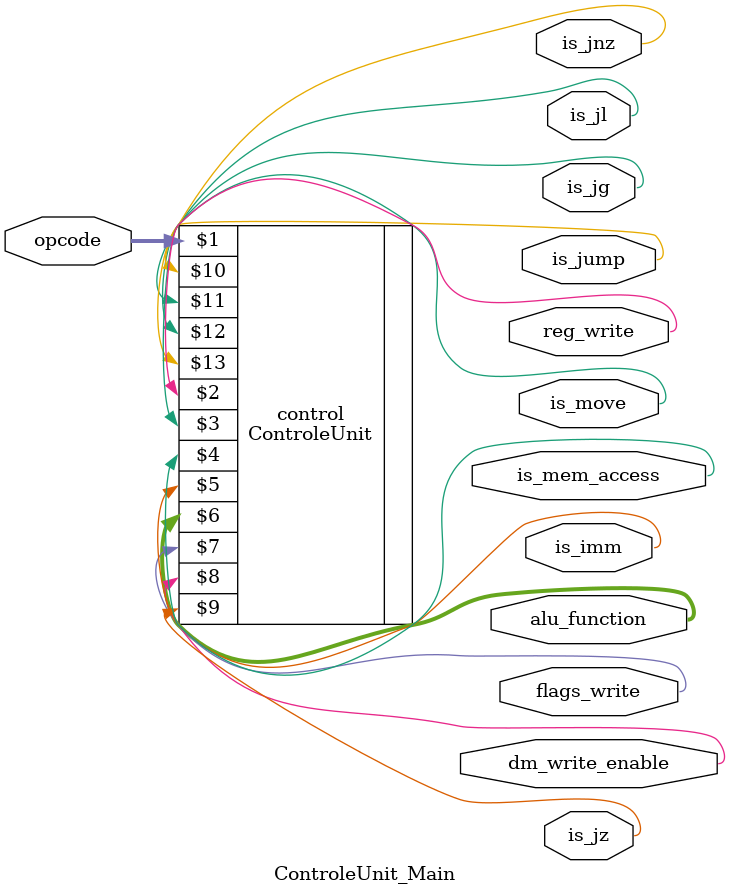
<source format=v>
module ControleUnit_Main(
	input [4:0] opcode,
	output reg_write,
	output is_move,
	output is_mem_access,
	output is_imm,
	output [2:0] alu_function,
	output flags_write,
	output dm_write_enable,
	output is_jz,
	output is_jnz,
	output is_jl,
	output is_jg,
	output is_jump
	);
	
	ControleUnit control(opcode, reg_write, is_move, is_mem_access, is_imm, alu_function, 
		flags_write, dm_write_enable, is_jz, is_jnz, is_jl, is_jg, is_jump);
	
endmodule
</source>
